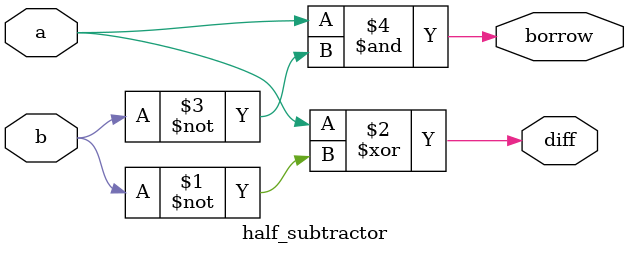
<source format=v>
module half_subtractor(a,b,diff,borrow);
input a,b;
output diff, borrow;
assign diff=a ^ ~b;
assign borrow=a & ~b;
endmodule
</source>
